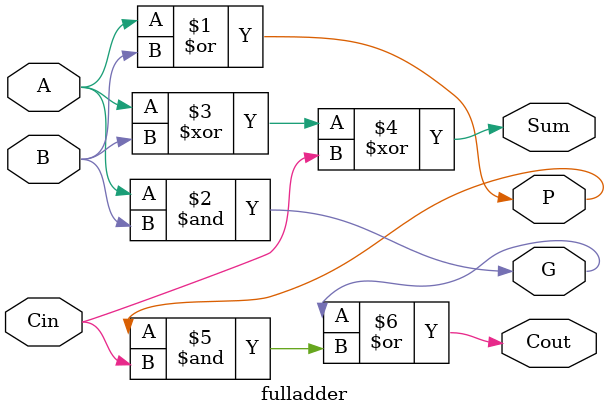
<source format=v>
module fulladder(A, B, Cin, Sum, Cout, P, G);
    input A, B, Cin;  // Inputs
    output Sum, Cout; // Sum and Carry-out
    output P, G;      // Propagate and Generate

    assign P = A | B; // Propagate
    assign G = A & B; // Generate
    assign Sum = A ^ B ^ Cin; // Sum
    assign Cout = G | (P & Cin); // Carry-out
endmodule
</source>
